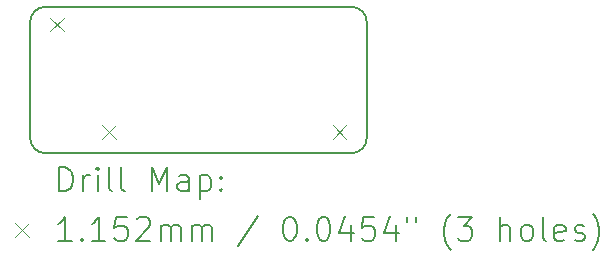
<source format=gbr>
%FSLAX45Y45*%
G04 Gerber Fmt 4.5, Leading zero omitted, Abs format (unit mm)*
G04 Created by KiCad (PCBNEW (6.0.2)) date 2022-09-05 01:34:12*
%MOMM*%
%LPD*%
G01*
G04 APERTURE LIST*
%TA.AperFunction,Profile*%
%ADD10C,0.200000*%
%TD*%
%ADD11C,0.200000*%
%ADD12C,0.115200*%
G04 APERTURE END LIST*
D10*
X2875000Y1120000D02*
G75*
G03*
X2745000Y1250000I-130000J0D01*
G01*
X2745000Y10000D02*
G75*
G03*
X2875000Y140000I0J130000D01*
G01*
X2745000Y10000D02*
X155000Y10000D01*
X25000Y140000D02*
X25000Y1120000D01*
X2875000Y1120000D02*
X2875000Y140000D01*
X155000Y1250000D02*
X2745000Y1250000D01*
X25000Y140000D02*
G75*
G03*
X155000Y10000I130000J0D01*
G01*
X155000Y1250000D02*
G75*
G03*
X25000Y1120000I0J-130000D01*
G01*
D11*
D12*
X197400Y1157600D02*
X312600Y1042400D01*
X312600Y1157600D02*
X197400Y1042400D01*
X637400Y247600D02*
X752600Y132400D01*
X752600Y247600D02*
X637400Y132400D01*
X2587400Y247600D02*
X2702600Y132400D01*
X2702600Y247600D02*
X2587400Y132400D01*
D11*
X272619Y-310476D02*
X272619Y-110476D01*
X320238Y-110476D01*
X348810Y-120000D01*
X367857Y-139048D01*
X377381Y-158095D01*
X386905Y-196190D01*
X386905Y-224762D01*
X377381Y-262857D01*
X367857Y-281905D01*
X348810Y-300952D01*
X320238Y-310476D01*
X272619Y-310476D01*
X472619Y-310476D02*
X472619Y-177143D01*
X472619Y-215238D02*
X482143Y-196190D01*
X491667Y-186667D01*
X510714Y-177143D01*
X529762Y-177143D01*
X596429Y-310476D02*
X596429Y-177143D01*
X596429Y-110476D02*
X586905Y-120000D01*
X596429Y-129524D01*
X605952Y-120000D01*
X596429Y-110476D01*
X596429Y-129524D01*
X720238Y-310476D02*
X701190Y-300952D01*
X691667Y-281905D01*
X691667Y-110476D01*
X825000Y-310476D02*
X805952Y-300952D01*
X796428Y-281905D01*
X796428Y-110476D01*
X1053571Y-310476D02*
X1053571Y-110476D01*
X1120238Y-253333D01*
X1186905Y-110476D01*
X1186905Y-310476D01*
X1367857Y-310476D02*
X1367857Y-205714D01*
X1358333Y-186667D01*
X1339286Y-177143D01*
X1301190Y-177143D01*
X1282143Y-186667D01*
X1367857Y-300952D02*
X1348810Y-310476D01*
X1301190Y-310476D01*
X1282143Y-300952D01*
X1272619Y-281905D01*
X1272619Y-262857D01*
X1282143Y-243809D01*
X1301190Y-234286D01*
X1348810Y-234286D01*
X1367857Y-224762D01*
X1463095Y-177143D02*
X1463095Y-377143D01*
X1463095Y-186667D02*
X1482143Y-177143D01*
X1520238Y-177143D01*
X1539286Y-186667D01*
X1548809Y-196190D01*
X1558333Y-215238D01*
X1558333Y-272381D01*
X1548809Y-291429D01*
X1539286Y-300952D01*
X1520238Y-310476D01*
X1482143Y-310476D01*
X1463095Y-300952D01*
X1644048Y-291429D02*
X1653571Y-300952D01*
X1644048Y-310476D01*
X1634524Y-300952D01*
X1644048Y-291429D01*
X1644048Y-310476D01*
X1644048Y-186667D02*
X1653571Y-196190D01*
X1644048Y-205714D01*
X1634524Y-196190D01*
X1644048Y-186667D01*
X1644048Y-205714D01*
D12*
X-100200Y-582400D02*
X15000Y-697600D01*
X15000Y-582400D02*
X-100200Y-697600D01*
D11*
X377381Y-730476D02*
X263095Y-730476D01*
X320238Y-730476D02*
X320238Y-530476D01*
X301190Y-559048D01*
X282143Y-578095D01*
X263095Y-587619D01*
X463095Y-711428D02*
X472619Y-720952D01*
X463095Y-730476D01*
X453571Y-720952D01*
X463095Y-711428D01*
X463095Y-730476D01*
X663095Y-730476D02*
X548810Y-730476D01*
X605952Y-730476D02*
X605952Y-530476D01*
X586905Y-559048D01*
X567857Y-578095D01*
X548810Y-587619D01*
X844048Y-530476D02*
X748809Y-530476D01*
X739286Y-625714D01*
X748809Y-616190D01*
X767857Y-606667D01*
X815476Y-606667D01*
X834524Y-616190D01*
X844048Y-625714D01*
X853571Y-644762D01*
X853571Y-692381D01*
X844048Y-711428D01*
X834524Y-720952D01*
X815476Y-730476D01*
X767857Y-730476D01*
X748809Y-720952D01*
X739286Y-711428D01*
X929762Y-549524D02*
X939286Y-540000D01*
X958333Y-530476D01*
X1005952Y-530476D01*
X1025000Y-540000D01*
X1034524Y-549524D01*
X1044048Y-568571D01*
X1044048Y-587619D01*
X1034524Y-616190D01*
X920238Y-730476D01*
X1044048Y-730476D01*
X1129762Y-730476D02*
X1129762Y-597143D01*
X1129762Y-616190D02*
X1139286Y-606667D01*
X1158333Y-597143D01*
X1186905Y-597143D01*
X1205952Y-606667D01*
X1215476Y-625714D01*
X1215476Y-730476D01*
X1215476Y-625714D02*
X1225000Y-606667D01*
X1244048Y-597143D01*
X1272619Y-597143D01*
X1291667Y-606667D01*
X1301190Y-625714D01*
X1301190Y-730476D01*
X1396429Y-730476D02*
X1396429Y-597143D01*
X1396429Y-616190D02*
X1405952Y-606667D01*
X1425000Y-597143D01*
X1453571Y-597143D01*
X1472619Y-606667D01*
X1482143Y-625714D01*
X1482143Y-730476D01*
X1482143Y-625714D02*
X1491667Y-606667D01*
X1510714Y-597143D01*
X1539286Y-597143D01*
X1558333Y-606667D01*
X1567857Y-625714D01*
X1567857Y-730476D01*
X1958333Y-520952D02*
X1786905Y-778095D01*
X2215476Y-530476D02*
X2234524Y-530476D01*
X2253571Y-540000D01*
X2263095Y-549524D01*
X2272619Y-568571D01*
X2282143Y-606667D01*
X2282143Y-654286D01*
X2272619Y-692381D01*
X2263095Y-711428D01*
X2253571Y-720952D01*
X2234524Y-730476D01*
X2215476Y-730476D01*
X2196429Y-720952D01*
X2186905Y-711428D01*
X2177381Y-692381D01*
X2167857Y-654286D01*
X2167857Y-606667D01*
X2177381Y-568571D01*
X2186905Y-549524D01*
X2196429Y-540000D01*
X2215476Y-530476D01*
X2367857Y-711428D02*
X2377381Y-720952D01*
X2367857Y-730476D01*
X2358333Y-720952D01*
X2367857Y-711428D01*
X2367857Y-730476D01*
X2501190Y-530476D02*
X2520238Y-530476D01*
X2539286Y-540000D01*
X2548810Y-549524D01*
X2558333Y-568571D01*
X2567857Y-606667D01*
X2567857Y-654286D01*
X2558333Y-692381D01*
X2548810Y-711428D01*
X2539286Y-720952D01*
X2520238Y-730476D01*
X2501190Y-730476D01*
X2482143Y-720952D01*
X2472619Y-711428D01*
X2463095Y-692381D01*
X2453571Y-654286D01*
X2453571Y-606667D01*
X2463095Y-568571D01*
X2472619Y-549524D01*
X2482143Y-540000D01*
X2501190Y-530476D01*
X2739286Y-597143D02*
X2739286Y-730476D01*
X2691667Y-520952D02*
X2644048Y-663810D01*
X2767857Y-663810D01*
X2939286Y-530476D02*
X2844048Y-530476D01*
X2834524Y-625714D01*
X2844048Y-616190D01*
X2863095Y-606667D01*
X2910714Y-606667D01*
X2929762Y-616190D01*
X2939286Y-625714D01*
X2948809Y-644762D01*
X2948809Y-692381D01*
X2939286Y-711428D01*
X2929762Y-720952D01*
X2910714Y-730476D01*
X2863095Y-730476D01*
X2844048Y-720952D01*
X2834524Y-711428D01*
X3120238Y-597143D02*
X3120238Y-730476D01*
X3072619Y-520952D02*
X3025000Y-663810D01*
X3148809Y-663810D01*
X3215476Y-530476D02*
X3215476Y-568571D01*
X3291667Y-530476D02*
X3291667Y-568571D01*
X3586905Y-806667D02*
X3577381Y-797143D01*
X3558333Y-768571D01*
X3548809Y-749524D01*
X3539286Y-720952D01*
X3529762Y-673333D01*
X3529762Y-635238D01*
X3539286Y-587619D01*
X3548809Y-559048D01*
X3558333Y-540000D01*
X3577381Y-511428D01*
X3586905Y-501905D01*
X3644048Y-530476D02*
X3767857Y-530476D01*
X3701190Y-606667D01*
X3729762Y-606667D01*
X3748809Y-616190D01*
X3758333Y-625714D01*
X3767857Y-644762D01*
X3767857Y-692381D01*
X3758333Y-711428D01*
X3748809Y-720952D01*
X3729762Y-730476D01*
X3672619Y-730476D01*
X3653571Y-720952D01*
X3644048Y-711428D01*
X4005952Y-730476D02*
X4005952Y-530476D01*
X4091667Y-730476D02*
X4091667Y-625714D01*
X4082143Y-606667D01*
X4063095Y-597143D01*
X4034524Y-597143D01*
X4015476Y-606667D01*
X4005952Y-616190D01*
X4215476Y-730476D02*
X4196429Y-720952D01*
X4186905Y-711428D01*
X4177381Y-692381D01*
X4177381Y-635238D01*
X4186905Y-616190D01*
X4196429Y-606667D01*
X4215476Y-597143D01*
X4244048Y-597143D01*
X4263095Y-606667D01*
X4272619Y-616190D01*
X4282143Y-635238D01*
X4282143Y-692381D01*
X4272619Y-711428D01*
X4263095Y-720952D01*
X4244048Y-730476D01*
X4215476Y-730476D01*
X4396429Y-730476D02*
X4377381Y-720952D01*
X4367857Y-701905D01*
X4367857Y-530476D01*
X4548810Y-720952D02*
X4529762Y-730476D01*
X4491667Y-730476D01*
X4472619Y-720952D01*
X4463095Y-701905D01*
X4463095Y-625714D01*
X4472619Y-606667D01*
X4491667Y-597143D01*
X4529762Y-597143D01*
X4548810Y-606667D01*
X4558333Y-625714D01*
X4558333Y-644762D01*
X4463095Y-663810D01*
X4634524Y-720952D02*
X4653571Y-730476D01*
X4691667Y-730476D01*
X4710714Y-720952D01*
X4720238Y-701905D01*
X4720238Y-692381D01*
X4710714Y-673333D01*
X4691667Y-663810D01*
X4663095Y-663810D01*
X4644048Y-654286D01*
X4634524Y-635238D01*
X4634524Y-625714D01*
X4644048Y-606667D01*
X4663095Y-597143D01*
X4691667Y-597143D01*
X4710714Y-606667D01*
X4786905Y-806667D02*
X4796429Y-797143D01*
X4815476Y-768571D01*
X4825000Y-749524D01*
X4834524Y-720952D01*
X4844048Y-673333D01*
X4844048Y-635238D01*
X4834524Y-587619D01*
X4825000Y-559048D01*
X4815476Y-540000D01*
X4796429Y-511428D01*
X4786905Y-501905D01*
M02*

</source>
